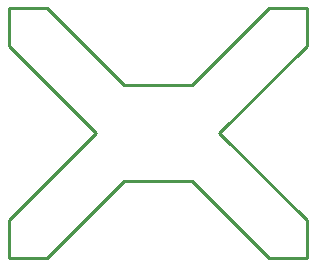
<source format=gbr>
G04 start of page 4 for group 2 idx 2 *
G04 Title: (unknown), outline *
G04 Creator: pcb 20140316 *
G04 CreationDate: Thu 11 Jan 2018 06:01:03 AM GMT UTC *
G04 For: railfan *
G04 Format: Gerber/RS-274X *
G04 PCB-Dimensions (mil): 992.13 834.65 *
G04 PCB-Coordinate-Origin: lower left *
%MOIN*%
%FSLAX25Y25*%
%LNOUTLINE*%
%ADD17C,0.0100*%
G54D17*X99213Y83465D02*Y70866D01*
X86614Y83465D02*X99213D01*
Y0D02*Y12598D01*
X86614Y0D02*X99213D01*
X0Y83465D02*Y70866D01*
Y83465D02*X12598D01*
X0Y12598D02*Y0D01*
X12598D01*
X0Y70866D02*X29134Y41732D01*
X12598Y83465D02*X38189Y57874D01*
X29134Y41732D02*X0Y12598D01*
X12598Y0D02*X38189Y25591D01*
X99213Y70866D02*X70079Y41732D01*
X86614Y83465D02*X61024Y57874D01*
X38189D01*
X70079Y41732D02*X99213Y12598D01*
X86614Y0D02*X61024Y25591D01*
X38189D01*
M02*

</source>
